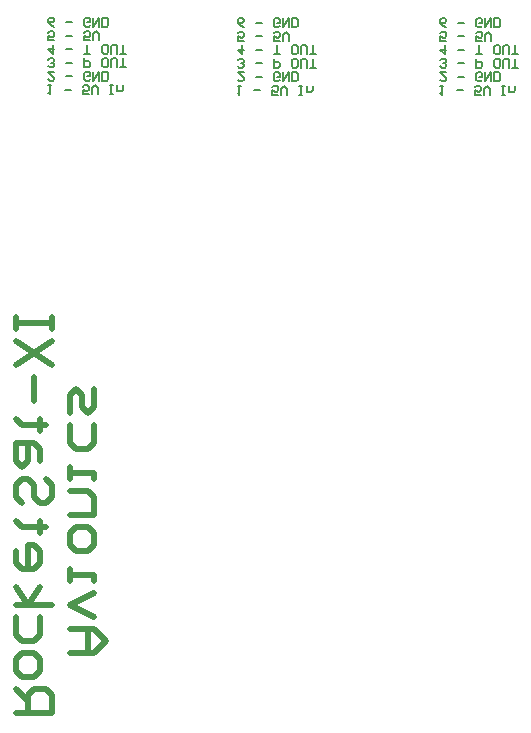
<source format=gbo>
G04 Layer_Color=32896*
%FSLAX25Y25*%
%MOIN*%
G70*
G01*
G75*
%ADD40C,0.00500*%
%ADD72C,0.02000*%
D40*
X124921Y441138D02*
X125921D01*
X125421D01*
Y438139D01*
X124921Y438639D01*
X130420Y439638D02*
X132419D01*
X138417Y438139D02*
X136417D01*
Y439638D01*
X137417Y439138D01*
X137917D01*
X138417Y439638D01*
Y440638D01*
X137917Y441138D01*
X136917D01*
X136417Y440638D01*
X139417Y438139D02*
Y440138D01*
X140416Y441138D01*
X141416Y440138D01*
Y438139D01*
X145415D02*
X146414D01*
X145914D01*
Y441138D01*
X145415D01*
X146414D01*
X147914D02*
Y439138D01*
X149413D01*
X149913Y439638D01*
Y441138D01*
X126921Y445638D02*
X124921D01*
X126921Y443638D01*
Y443139D01*
X126421Y442639D01*
X125421D01*
X124921Y443139D01*
X130919Y444138D02*
X132919D01*
X138917Y443139D02*
X138417Y442639D01*
X137417D01*
X136917Y443139D01*
Y445138D01*
X137417Y445638D01*
X138417D01*
X138917Y445138D01*
Y444138D01*
X137917D01*
X139916Y445638D02*
Y442639D01*
X141916Y445638D01*
Y442639D01*
X142915D02*
Y445638D01*
X144415D01*
X144915Y445138D01*
Y443139D01*
X144415Y442639D01*
X142915D01*
X124921Y447639D02*
X125421Y447139D01*
X126421D01*
X126921Y447639D01*
Y448138D01*
X126421Y448638D01*
X125921D01*
X126421D01*
X126921Y449138D01*
Y449638D01*
X126421Y450138D01*
X125421D01*
X124921Y449638D01*
X130919Y448638D02*
X132919D01*
X136917Y450138D02*
Y447139D01*
X138417D01*
X138917Y447639D01*
Y448638D01*
X138417Y449138D01*
X136917D01*
X144415Y447139D02*
X143415D01*
X142915Y447639D01*
Y449638D01*
X143415Y450138D01*
X144415D01*
X144915Y449638D01*
Y447639D01*
X144415Y447139D01*
X145914D02*
Y449638D01*
X146414Y450138D01*
X147414D01*
X147914Y449638D01*
Y447139D01*
X148914D02*
X150913D01*
X149913D01*
Y450138D01*
X126421Y454638D02*
Y451639D01*
X124921Y453138D01*
X126921D01*
X130919D02*
X132919D01*
X136917Y451639D02*
X138917D01*
X137917D01*
Y454638D01*
X144415Y451639D02*
X143415D01*
X142915Y452139D01*
Y454138D01*
X143415Y454638D01*
X144415D01*
X144915Y454138D01*
Y452139D01*
X144415Y451639D01*
X145914D02*
Y454138D01*
X146414Y454638D01*
X147414D01*
X147914Y454138D01*
Y451639D01*
X148914D02*
X150913D01*
X149913D01*
Y454638D01*
X126921Y456139D02*
X124921D01*
Y457638D01*
X125921Y457138D01*
X126421D01*
X126921Y457638D01*
Y458638D01*
X126421Y459138D01*
X125421D01*
X124921Y458638D01*
X130919Y457638D02*
X132919D01*
X138917Y456139D02*
X136917D01*
Y457638D01*
X137917Y457138D01*
X138417D01*
X138917Y457638D01*
Y458638D01*
X138417Y459138D01*
X137417D01*
X136917Y458638D01*
X139916Y456139D02*
Y458138D01*
X140916Y459138D01*
X141916Y458138D01*
Y456139D01*
X126921Y460639D02*
X125921Y461139D01*
X124921Y462138D01*
Y463138D01*
X125421Y463638D01*
X126421D01*
X126921Y463138D01*
Y462638D01*
X126421Y462138D01*
X124921D01*
X130919D02*
X132919D01*
X138917Y461139D02*
X138417Y460639D01*
X137417D01*
X136917Y461139D01*
Y463138D01*
X137417Y463638D01*
X138417D01*
X138917Y463138D01*
Y462138D01*
X137917D01*
X139916Y463638D02*
Y460639D01*
X141916Y463638D01*
Y460639D01*
X142915D02*
Y463638D01*
X144415D01*
X144915Y463138D01*
Y461139D01*
X144415Y460639D01*
X142915D01*
X189999Y460501D02*
X189000Y461001D01*
X188000Y462001D01*
Y463000D01*
X188500Y463500D01*
X189499D01*
X189999Y463000D01*
Y462500D01*
X189499Y462001D01*
X188000D01*
X193998D02*
X195997D01*
X201995Y461001D02*
X201496Y460501D01*
X200496D01*
X199996Y461001D01*
Y463000D01*
X200496Y463500D01*
X201496D01*
X201995Y463000D01*
Y462001D01*
X200996D01*
X202995Y463500D02*
Y460501D01*
X204995Y463500D01*
Y460501D01*
X205994D02*
Y463500D01*
X207494D01*
X207994Y463000D01*
Y461001D01*
X207494Y460501D01*
X205994D01*
X189999Y456001D02*
X188000D01*
Y457501D01*
X189000Y457001D01*
X189499D01*
X189999Y457501D01*
Y458500D01*
X189499Y459000D01*
X188500D01*
X188000Y458500D01*
X193998Y457501D02*
X195997D01*
X201995Y456001D02*
X199996D01*
Y457501D01*
X200996Y457001D01*
X201496D01*
X201995Y457501D01*
Y458500D01*
X201496Y459000D01*
X200496D01*
X199996Y458500D01*
X202995Y456001D02*
Y458000D01*
X203995Y459000D01*
X204995Y458000D01*
Y456001D01*
X189499Y454500D02*
Y451501D01*
X188000Y453000D01*
X189999D01*
X193998D02*
X195997D01*
X199996Y451501D02*
X201995D01*
X200996D01*
Y454500D01*
X207494Y451501D02*
X206494D01*
X205994Y452001D01*
Y454000D01*
X206494Y454500D01*
X207494D01*
X207994Y454000D01*
Y452001D01*
X207494Y451501D01*
X208993D02*
Y454000D01*
X209493Y454500D01*
X210493D01*
X210993Y454000D01*
Y451501D01*
X211992D02*
X213992D01*
X212992D01*
Y454500D01*
X188000Y447501D02*
X188500Y447001D01*
X189499D01*
X189999Y447501D01*
Y448001D01*
X189499Y448500D01*
X189000D01*
X189499D01*
X189999Y449000D01*
Y449500D01*
X189499Y450000D01*
X188500D01*
X188000Y449500D01*
X193998Y448500D02*
X195997D01*
X199996Y450000D02*
Y447001D01*
X201496D01*
X201995Y447501D01*
Y448500D01*
X201496Y449000D01*
X199996D01*
X207494Y447001D02*
X206494D01*
X205994Y447501D01*
Y449500D01*
X206494Y450000D01*
X207494D01*
X207994Y449500D01*
Y447501D01*
X207494Y447001D01*
X208993D02*
Y449500D01*
X209493Y450000D01*
X210493D01*
X210993Y449500D01*
Y447001D01*
X211992D02*
X213992D01*
X212992D01*
Y450000D01*
X189999Y445500D02*
X188000D01*
X189999Y443501D01*
Y443001D01*
X189499Y442501D01*
X188500D01*
X188000Y443001D01*
X193998Y444000D02*
X195997D01*
X201995Y443001D02*
X201496Y442501D01*
X200496D01*
X199996Y443001D01*
Y445000D01*
X200496Y445500D01*
X201496D01*
X201995Y445000D01*
Y444000D01*
X200996D01*
X202995Y445500D02*
Y442501D01*
X204995Y445500D01*
Y442501D01*
X205994D02*
Y445500D01*
X207494D01*
X207994Y445000D01*
Y443001D01*
X207494Y442501D01*
X205994D01*
X188000Y441000D02*
X189000D01*
X188500D01*
Y438001D01*
X188000Y438501D01*
X193498Y439501D02*
X195498D01*
X201496Y438001D02*
X199496D01*
Y439501D01*
X200496Y439001D01*
X200996D01*
X201496Y439501D01*
Y440500D01*
X200996Y441000D01*
X199996D01*
X199496Y440500D01*
X202495Y438001D02*
Y440000D01*
X203495Y441000D01*
X204495Y440000D01*
Y438001D01*
X208493D02*
X209493D01*
X208993D01*
Y441000D01*
X208493D01*
X209493D01*
X210993D02*
Y439001D01*
X212492D01*
X212992Y439501D01*
Y441000D01*
X257499Y460501D02*
X256500Y461001D01*
X255500Y462001D01*
Y463000D01*
X256000Y463500D01*
X256999D01*
X257499Y463000D01*
Y462500D01*
X256999Y462001D01*
X255500D01*
X261498D02*
X263497D01*
X269496Y461001D02*
X268996Y460501D01*
X267996D01*
X267496Y461001D01*
Y463000D01*
X267996Y463500D01*
X268996D01*
X269496Y463000D01*
Y462001D01*
X268496D01*
X270495Y463500D02*
Y460501D01*
X272495Y463500D01*
Y460501D01*
X273494D02*
Y463500D01*
X274994D01*
X275494Y463000D01*
Y461001D01*
X274994Y460501D01*
X273494D01*
X257499Y456001D02*
X255500D01*
Y457501D01*
X256500Y457001D01*
X256999D01*
X257499Y457501D01*
Y458500D01*
X256999Y459000D01*
X256000D01*
X255500Y458500D01*
X261498Y457501D02*
X263497D01*
X269496Y456001D02*
X267496D01*
Y457501D01*
X268496Y457001D01*
X268996D01*
X269496Y457501D01*
Y458500D01*
X268996Y459000D01*
X267996D01*
X267496Y458500D01*
X270495Y456001D02*
Y458000D01*
X271495Y459000D01*
X272495Y458000D01*
Y456001D01*
X256999Y454500D02*
Y451501D01*
X255500Y453000D01*
X257499D01*
X261498D02*
X263497D01*
X267496Y451501D02*
X269496D01*
X268496D01*
Y454500D01*
X274994Y451501D02*
X273994D01*
X273494Y452001D01*
Y454000D01*
X273994Y454500D01*
X274994D01*
X275494Y454000D01*
Y452001D01*
X274994Y451501D01*
X276493D02*
Y454000D01*
X276993Y454500D01*
X277993D01*
X278493Y454000D01*
Y451501D01*
X279492D02*
X281492D01*
X280492D01*
Y454500D01*
X255500Y447501D02*
X256000Y447001D01*
X256999D01*
X257499Y447501D01*
Y448001D01*
X256999Y448500D01*
X256500D01*
X256999D01*
X257499Y449000D01*
Y449500D01*
X256999Y450000D01*
X256000D01*
X255500Y449500D01*
X261498Y448500D02*
X263497D01*
X267496Y450000D02*
Y447001D01*
X268996D01*
X269496Y447501D01*
Y448500D01*
X268996Y449000D01*
X267496D01*
X274994Y447001D02*
X273994D01*
X273494Y447501D01*
Y449500D01*
X273994Y450000D01*
X274994D01*
X275494Y449500D01*
Y447501D01*
X274994Y447001D01*
X276493D02*
Y449500D01*
X276993Y450000D01*
X277993D01*
X278493Y449500D01*
Y447001D01*
X279492D02*
X281492D01*
X280492D01*
Y450000D01*
X257499Y445500D02*
X255500D01*
X257499Y443501D01*
Y443001D01*
X256999Y442501D01*
X256000D01*
X255500Y443001D01*
X261498Y444000D02*
X263497D01*
X269496Y443001D02*
X268996Y442501D01*
X267996D01*
X267496Y443001D01*
Y445000D01*
X267996Y445500D01*
X268996D01*
X269496Y445000D01*
Y444000D01*
X268496D01*
X270495Y445500D02*
Y442501D01*
X272495Y445500D01*
Y442501D01*
X273494D02*
Y445500D01*
X274994D01*
X275494Y445000D01*
Y443001D01*
X274994Y442501D01*
X273494D01*
X255500Y441000D02*
X256500D01*
X256000D01*
Y438001D01*
X255500Y438501D01*
X260998Y439501D02*
X262998D01*
X268996Y438001D02*
X266996D01*
Y439501D01*
X267996Y439001D01*
X268496D01*
X268996Y439501D01*
Y440500D01*
X268496Y441000D01*
X267496D01*
X266996Y440500D01*
X269995Y438001D02*
Y440000D01*
X270995Y441000D01*
X271995Y440000D01*
Y438001D01*
X275993D02*
X276993D01*
X276493D01*
Y441000D01*
X275993D01*
X276993D01*
X278493D02*
Y439001D01*
X279992D01*
X280492Y439501D01*
Y441000D01*
D72*
X132000Y252000D02*
X139997D01*
X143996Y255999D01*
X139997Y259997D01*
X132000D01*
X137998D01*
Y252000D01*
X139997Y263996D02*
X132000Y267995D01*
X139997Y271993D01*
X132000Y275992D02*
Y279991D01*
Y277992D01*
X139997D01*
Y275992D01*
X132000Y287988D02*
Y291987D01*
X133999Y293986D01*
X137998D01*
X139997Y291987D01*
Y287988D01*
X137998Y285989D01*
X133999D01*
X132000Y287988D01*
Y297985D02*
X139997D01*
Y303983D01*
X137998Y305982D01*
X132000D01*
Y309981D02*
Y313980D01*
Y311981D01*
X139997D01*
Y309981D01*
Y327975D02*
Y321977D01*
X137998Y319978D01*
X133999D01*
X132000Y321977D01*
Y327975D01*
Y331974D02*
Y337972D01*
X133999Y339971D01*
X135999Y337972D01*
Y333974D01*
X137998Y331974D01*
X139997Y333974D01*
Y339971D01*
X114000Y232000D02*
X125996D01*
Y237998D01*
X123997Y239997D01*
X119998D01*
X117999Y237998D01*
Y232000D01*
Y235999D02*
X114000Y239997D01*
Y245995D02*
Y249994D01*
X115999Y251993D01*
X119998D01*
X121997Y249994D01*
Y245995D01*
X119998Y243996D01*
X115999D01*
X114000Y245995D01*
X121997Y263990D02*
Y257992D01*
X119998Y255992D01*
X115999D01*
X114000Y257992D01*
Y263990D01*
Y267988D02*
X125996D01*
X117999D02*
X121997Y273986D01*
X117999Y267988D02*
X114000Y273986D01*
Y285982D02*
Y281984D01*
X115999Y279984D01*
X119998D01*
X121997Y281984D01*
Y285982D01*
X119998Y287982D01*
X117999D01*
Y279984D01*
X123997Y293980D02*
X121997D01*
Y291981D01*
Y295979D01*
Y293980D01*
X115999D01*
X114000Y295979D01*
X123997Y309975D02*
X125996Y307975D01*
Y303977D01*
X123997Y301977D01*
X121997D01*
X119998Y303977D01*
Y307975D01*
X117999Y309975D01*
X115999D01*
X114000Y307975D01*
Y303977D01*
X115999Y301977D01*
X121997Y315973D02*
Y319971D01*
X119998Y321971D01*
X114000D01*
Y315973D01*
X115999Y313973D01*
X117999Y315973D01*
Y321971D01*
X123997Y327969D02*
X121997D01*
Y325970D01*
Y329968D01*
Y327969D01*
X115999D01*
X114000Y329968D01*
X119998Y335966D02*
Y343964D01*
X125996Y347962D02*
X114000Y355960D01*
X125996D02*
X114000Y347962D01*
X125996Y359959D02*
Y363957D01*
Y361958D01*
X114000D01*
Y359959D01*
Y363957D01*
M02*

</source>
